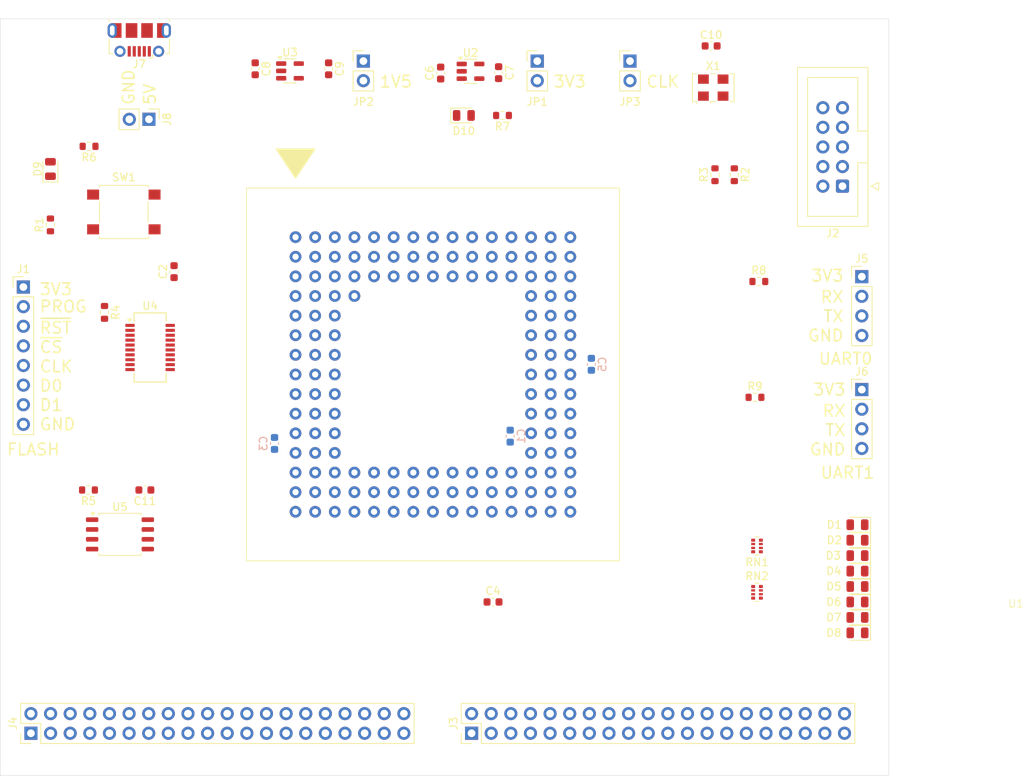
<source format=kicad_pcb>
(kicad_pcb (version 20240108) (generator "pcbnew") (generator_version "8.0")
  (layers (0 "F.Cu" signal) (31 "B.Cu" signal) (34 "B.Paste" user) (35 "F.Paste" user) (36 "B.SilkS" user "B.Silkscreen") (37 "F.SilkS" user "F.Silkscreen") (38 "B.Mask" user) (39 "F.Mask" user) (44 "Edge.Cuts" user))
  (net 0 "")
  (net 1 "+3V3")
  (net 2 "GND")
  (net 3 "+1V5")
  (net 4 "+5V")
  (net 5 "Net-(JP1-A)")
  (net 6 "Net-(JP2-A)")
  (net 7 "Net-(D1-A)")
  (net 8 "Net-(D2-A)")
  (net 9 "Net-(D3-A)")
  (net 10 "Net-(D4-A)")
  (net 11 "Net-(D5-A)")
  (net 12 "Net-(D6-A)")
  (net 13 "Net-(D7-A)")
  (net 14 "Net-(D8-A)")
  (net 15 "Net-(D9-A)")
  (net 16 "Net-(D10-A)")
  (net 17 "/FLASH_~{CS}")
  (net 18 "/~{RST}")
  (net 19 "/FLASH_D0")
  (net 20 "/FLASH_D1")
  (net 21 "/FLASH_CLK")
  (net 22 "/PROG_EN")
  (net 23 "/CPU_JTAG_~{TRST}")
  (net 24 "/CPU_JTAG_TDI")
  (net 25 "/CPU_JTAG_TCK")
  (net 26 "/CPU_JTAG_TDO")
  (net 27 "/CPU_JTAG_TMS")
  (net 29 "/SPI2_SCK")
  (net 30 "/GPIO0_1")
  (net 31 "/GPIO0_2")
  (net 32 "/SPI2_CIPO")
  (net 33 "/GPIO1_4")
  (net 34 "/SPI2_~{CS}")
  (net 35 "/GPIO1_3")
  (net 36 "/SPI0_COPI")
  (net 37 "/SPI0_SCK")
  (net 38 "/SPI1_CIPO")
  (net 39 "/GPIO0_7")
  (net 40 "/GPIO1_1")
  (net 41 "/SPI0_CIPO")
  (net 42 "/GPIO0_6")
  (net 43 "/GPIO1_5")
  (net 44 "/SPI1_COPI")
  (net 45 "/SPI0_~{CS}")
  (net 46 "/GPIO0_5")
  (net 47 "/SPI2_COPI")
  (net 48 "/I2C1_SCL")
  (net 49 "/GPIO1_2")
  (net 50 "/GPIO0_3")
  (net 51 "/I2C1_SDA")
  (net 52 "/GPIO1_7")
  (net 53 "/GPIO0_4")
  (net 54 "/GPIO1_0")
  (net 55 "/SPI1_SCK")
  (net 56 "/SPI1_~{CS}")
  (net 57 "/I2C0_SCL")
  (net 58 "/GPIO1_6")
  (net 59 "/I2C0_SDA")
  (net 60 "/GPIO0_0")
  (net 61 "/PWM9_DIR")
  (net 62 "/PDM5")
  (net 63 "/PDM1")
  (net 64 "/PWM2_PWM")
  (net 65 "/PWM5_PWM")
  (net 66 "/PWM2_DIR")
  (net 67 "/PWM8_PWM")
  (net 68 "/PWM9_STOP")
  (net 69 "/PWM1_DIR")
  (net 70 "/PWM2_STOP")
  (net 71 "/PWM0_DIR")
  (net 72 "/PWM5_STOP")
  (net 73 "/PWM3_DIR")
  (net 74 "/PDM3")
  (net 75 "/PDM0")
  (net 76 "/PWM1_STOP")
  (net 77 "/PWM6_STOP")
  (net 78 "/PWM1_PWM")
  (net 79 "/PWM3_STOP")
  (net 80 "/PWM4_PWM")
  (net 81 "/PWM4_DIR")
  (net 82 "/PWM8_STOP")
  (net 83 "/PWM6_DIR")
  (net 84 "/PWM4_STOP")
  (net 85 "/PWM7_PWM")
  (net 86 "/PWM0_STOP")
  (net 87 "/PWM7_STOP")
  (net 88 "/PWM7_DIR")
  (net 89 "/PDM4")
  (net 90 "/PWM5_DIR")
  (net 91 "/PDM2")
  (net 92 "/PWM6_PWM")
  (net 93 "/PWM9_PWM")
  (net 94 "/PWM3_PWM")
  (net 95 "/PWM8_DIR")
  (net 96 "/PWM0_PWM")
  (net 97 "/UART0_RX")
  (net 98 "/UART0_TX")
  (net 99 "/UART1_TX")
  (net 100 "/UART1_RX")
  (net 104 "Net-(JP3-A)")
  (net 105 "/CLK")
  (net 106 "/HEARTBEAT")
  (net 109 "/DUT_FLASH_D3")
  (net 129 "/DUT_FLASH_D2")
  (net 136 "/DUT_FLASH_CLK")
  (net 143 "/DUT_FLASH_~{CS}")
  (net 145 "/DUT_FLASH_D1")
  (net 151 "/DUT_FLASH_D0")
  (net 158 "/FLASH_D3")
  (net 159 "/FLASH_D2")
  (footprint "Connector_PinHeader_2.54mm:PinHeader_2x20_P2.54mm_Vertical" (layer "F.Cu") (at 106 116 90)
    (property "Reference" "J3" (at 1.27 -2.33 90) (layer "F.SilkS"))
    (property "Value" "SPI_I2C_GPIO")
    (pad "1" thru_hole rect (at 0 0 90) (size 1.7 1.7) (drill 1) (layers "*.Cu" "*.Mask") (net 1 "+3V3"))
    (pad "2" thru_hole oval (at 2.54 0 90) (size 1.7 1.7) (drill 1) (layers "*.Cu" "*.Mask") (net 1 "+3V3"))
    (pad "3" thru_hole oval (at 0 2.54 90) (size 1.7 1.7) (drill 1) (layers "*.Cu" "*.Mask") (net 37 "/SPI0_SCK"))
    (pad "4" thru_hole oval (at 2.54 2.54 90) (size 1.7 1.7) (drill 1) (layers "*.Cu" "*.Mask") (net 45 "/SPI0_~{CS}"))
    (pad "5" thru_hole oval (at 0 5.08 90) (size 1.7 1.7) (drill 1) (layers "*.Cu" "*.Mask") (net 36 "/SPI0_COPI"))
    (pad "6" thru_hole oval (at 2.54 5.08 90) (size 1.7 1.7) (drill 1) (layers "*.Cu" "*.Mask") (net 41 "/SPI0_CIPO"))
    (pad "7" thru_hole oval (at 0 7.62 90) (size 1.7 1.7) (drill 1) (layers "*.Cu" "*.Mask") (net 55 "/SPI1_SCK"))
    (pad "8" thru_hole oval (at 2.54 7.62 90) (size 1.7 1.7) (drill 1) (layers "*.Cu" "*.Mask") (net 56 "/SPI1_~{CS}"))
    (pad "9" thru_hole oval (at 0 10.16 90) (size 1.7 1.7) (drill 1) (layers "*.Cu" "*.Mask") (net 44 "/SPI1_COPI"))
    (pad "10" thru_hole oval (at 2.54 10.16 90) (size 1.7 1.7) (drill 1) (layers "*.Cu" "*.Mask") (net 38 "/SPI1_CIPO"))
    (pad "11" thru_hole oval (at 0 12.7 90) (size 1.7 1.7) (drill 1) (layers "*.Cu" "*.Mask") (net 29 "/SPI2_SCK"))
    (pad "12" thru_hole oval (at 2.54 12.7 90) (size 1.7 1.7) (drill 1) (layers "*.Cu" "*.Mask") (net 34 "/SPI2_~{CS}"))
    (pad "13" thru_hole oval (at 0 15.24 90) (size 1.7 1.7) (drill 1) (layers "*.Cu" "*.Mask") (net 47 "/SPI2_COPI"))
    (pad "14" thru_hole oval (at 2.54 15.24 90) (size 1.7 1.7) (drill 1) (layers "*.Cu" "*.Mask") (net 32 "/SPI2_CIPO"))
    (pad "15" thru_hole oval (at 0 17.78 90) (size 1.7 1.7) (drill 1) (layers "*.Cu" "*.Mask") (net 2 "GND"))
    (pad "16" thru_hole oval (at 2.54 17.78 90) (size 1.7 1.7) (drill 1) (layers "*.Cu" "*.Mask") (net 2 "GND"))
    (pad "17" thru_hole oval (at 0 20.32 90) (size 1.7 1.7) (drill 1) (layers "*.Cu" "*.Mask") (net 57 "/I2C0_SCL"))
    (pad "18" thru_hole oval (at 2.54 20.32 90) (size 1.7 1.7) (drill 1) (layers "*.Cu" "*.Mask") (net 59 "/I2C0_SDA"))
    (pad "19" thru_hole oval (at 0 22.86 90) (size 1.7 1.7) (drill 1) (layers "*.Cu" "*.Mask") (net 48 "/I2C1_SCL"))
    (pad "20" thru_hole oval (at 2.54 22.86 90) (size 1.7 1.7) (drill 1) (layers "*.Cu" "*.Mask") (net 51 "/I2C1_SDA"))
    (pad "21" thru_hole oval (at 0 25.4 90) (size 1.7 1.7) (drill 1) (layers "*.Cu" "*.Mask") (net 2 "GND"))
    (pad "22" thru_hole oval (at 2.54 25.4 90) (size 1.7 1.7) (drill 1) (layers "*.Cu" "*.Mask") (net 2 "GND"))
    (pad "23" thru_hole oval (at 0 27.94 90) (size 1.7 1.7) (drill 1) (layers "*.Cu" "*.Mask") (net 60 "/GPIO0_0"))
    (pad "24" thru_hole oval (at 2.54 27.94 90) (size 1.7 1.7) (drill 1) (layers "*.Cu" "*.Mask") (net 54 "/GPIO1_0"))
    (pad "25" thru_hole oval (at 0 30.48 90) (size 1.7 1.7) (drill 1) (layers "*.Cu" "*.Mask") (net 30 "/GPIO0_1"))
    (pad "26" thru_hole oval (at 2.54 30.48 90) (size 1.7 1.7) (drill 1) (layers "*.Cu" "*.Mask") (net 40 "/GPIO1_1"))
    (pad "27" thru_hole oval (at 0 33.02 90) (size 1.7 1.7) (drill 1) (layers "*.Cu" "*.Mask") (net 31 "/GPIO0_2"))
    (pad "28" thru_hole oval (at 2.54 33.02 90) (size 1.7 1.7) (drill 1) (layers "*.Cu" "*.Mask") (net 49 "/GPIO1_2"))
    (pad "29" thru_hole oval (at 0 35.56 90) (size 1.7 1.7) (drill 1) (layers "*.Cu" "*.Mask") (net 50 "/GPIO0_3"))
    (pad "30" thru_hole oval (at 2.54 35.56 90) (size 1.7 1.7) (drill 1) (layers "*.Cu" "*.Mask") (net 35 "/GPIO1_3"))
    (pad "31" thru_hole oval (at 0 38.1 90) (size 1.7 1.7) (drill 1) (layers "*.Cu" "*.Mask") (net 53 "/GPIO0_4"))
    (pad "32" thru_hole oval (at 2.54 38.1 90) (size 1.7 1.7) (drill 1) (layers "*.Cu" "*.Mask") (net 33 "/GPIO1_4"))
    (pad "33" thru_hole oval (at 0 40.64 90) (size 1.7 1.7) (drill 1) (layers "*.Cu" "*.Mask") (net 46 "/GPIO0_5"))
    (pad "34" thru_hole oval (at 2.54 40.64 90) (size 1.7 1.7) (drill 1) (layers "*.Cu" "*.Mask") (net 43 "/GPIO1_5"))
    (pad "35" thru_hole oval (at 0 43.18 90) (size 1.7 1.7) (drill 1) (layers "*.Cu" "*.Mask") (net 42 "/GPIO0_6"))
    (pad "36" thru_hole oval (at 2.54 43.18 90) (size 1.7 1.7) (drill 1) (layers "*.Cu" "*.Mask") (net 58 "/GPIO1_6"))
    (pad "37" thru_hole oval (at 0 45.72 90) (size 1.7 1.7) (drill 1) (layers "*.Cu" "*.Mask") (net 39 "/GPIO0_7"))
    (pad "38" thru_hole oval (at 2.54 45.72 90) (size 1.7 1.7) (drill 1) (layers "*.Cu" "*.Mask") (net 52 "/GPIO1_7"))
    (pad "39" thru_hole oval (at 0 48.26 90) (size 1.7 1.7) (drill 1) (layers "*.Cu" "*.Mask") (net 2 "GND"))
    (pad "40" thru_hole oval (at 2.54 48.26 90) (size 1.7 1.7) (drill 1) (layers "*.Cu" "*.Mask") (net 2 "GND"))
  )
  (footprint "LED_SMD:LED_0805_2012Metric" (layer "F.Cu") (at 155.9375 101 180)
    (property "Reference" "D7" (at 3.0625 0 360) (layer "F.SilkS"))
    (property "Value" "LED")
    (pad "1" smd roundrect (at -0.9375 0 180) (size 0.975 1.4) (layers "F.Cu" "F.Paste" "F.Mask") (net 2 "GND"))
    (pad "2" smd roundrect (at 0.9375 0 180) (size 0.975 1.4) (layers "F.Cu" "F.Paste" "F.Mask") (net 13 "Net-(D7-A)"))
  )
  (footprint "Capacitor_SMD:C_0603_1608Metric" (layer "F.Cu") (at 108.775 99)
    (property "Reference" "C4" (at 0 -1.43 0) (layer "F.SilkS"))
    (property "Value" "1µ")
    (pad "1" smd roundrect (at -0.775 0) (size 0.9 0.95) (layers "F.Cu" "F.Paste" "F.Mask") (net 3 "+1V5"))
    (pad "2" smd roundrect (at 0.775 0) (size 0.9 0.95) (layers "F.Cu" "F.Paste" "F.Mask") (net 2 "GND"))
  )
  (footprint "LED_SMD:LED_0805_2012Metric" (layer "F.Cu") (at 155.9375 99 180)
    (property "Reference" "D6" (at 3.0625 0 360) (layer "F.SilkS"))
    (property "Value" "LED")
    (pad "1" smd roundrect (at -0.9375 0 180) (size 0.975 1.4) (layers "F.Cu" "F.Paste" "F.Mask") (net 2 "GND"))
    (pad "2" smd roundrect (at 0.9375 0 180) (size 0.975 1.4) (layers "F.Cu" "F.Paste" "F.Mask") (net 12 "Net-(D6-A)"))
  )
  (footprint "LED_SMD:LED_0805_2012Metric" (layer "F.Cu") (at 105 36)
    (property "Reference" "D10" (at 0 2 360) (layer "F.SilkS"))
    (property "Value" "LED")
    (pad "1" smd roundrect (at -0.9375 0) (size 0.975 1.4) (layers "F.Cu" "F.Paste" "F.Mask") (net 2 "GND"))
    (pad "2" smd roundrect (at 0.9375 0) (size 0.975 1.4) (layers "F.Cu" "F.Paste" "F.Mask") (net 16 "Net-(D10-A)"))
  )
  (footprint "Connector_PinHeader_2.54mm:PinHeader_1x02_P2.54mm_Vertical" (layer "F.Cu") (at 92 28.96)
    (property "Reference" "JP2" (at 0 5.275 0) (layer "F.SilkS"))
    (property "Value" "~")
    (pad "1" thru_hole rect (at 0 0) (size 1.7 1.7) (drill 1) (layers "*.Cu" "*.Mask") (net 6 "Net-(JP2-A)"))
    (pad "2" thru_hole oval (at 0 2.54) (size 1.7 1.7) (drill 1) (layers "*.Cu" "*.Mask") (net 3 "+1V5"))
  )
  (footprint "Resistor_SMD:R_0603_1608Metric" (layer "F.Cu") (at 110 36 180)
    (property "Reference" "R7" (at 0 -1.43 360) (layer "F.SilkS"))
    (property "Value" "1k5")
    (pad "1" smd roundrect (at -0.825 0 180) (size 0.8 0.95) (layers "F.Cu" "F.Paste" "F.Mask") (net 1 "+3V3"))
    (pad "2" smd roundrect (at 0.825 0 180) (size 0.8 0.95) (layers "F.Cu" "F.Paste" "F.Mask") (net 16 "Net-(D10-A)"))
  )
  (footprint "Capacitor_SMD:C_0603_1608Metric" (layer "F.Cu") (at 87.5 29.96 -90)
    (property "Reference" "C9" (at 0 -1.43 90) (layer "F.SilkS"))
    (property "Value" "1µ")
    (pad "1" smd roundrect (at -0.775 0 270) (size 0.9 0.95) (layers "F.Cu" "F.Paste" "F.Mask") (net 6 "Net-(JP2-A)"))
    (pad "2" smd roundrect (at 0.775 0 270) (size 0.9 0.95) (layers "F.Cu" "F.Paste" "F.Mask") (net 2 "GND"))
  )
  (footprint "Capacitor_SMD:C_0603_1608Metric" (layer "F.Cu") (at 78 29.96 -90)
    (property "Reference" "C8" (at 0 -1.43 90) (layer "F.SilkS"))
    (property "Value" "1µ")
    (pad "1" smd roundrect (at -0.775 0 270) (size 0.9 0.95) (layers "F.Cu" "F.Paste" "F.Mask") (net 4 "+5V"))
    (pad "2" smd roundrect (at 0.775 0 270) (size 0.9 0.95) (layers "F.Cu" "F.Paste" "F.Mask") (net 2 "GND"))
  )
  (footprint "Resistor_SMD:R_0603_1608Metric" (layer "F.Cu") (at 56.425 84.5 180)
    (property "Reference" "R5" (at 0 -1.43 360) (layer "F.SilkS"))
    (property "Value" "10k")
    (pad "1" smd roundrect (at -0.825 0 180) (size 0.8 0.95) (layers "F.Cu" "F.Paste" "F.Mask") (net 1 "+3V3"))
    (pad "2" smd roundrect (at 0.825 0 180) (size 0.8 0.95) (layers "F.Cu" "F.Paste" "F.Mask") (net 17 "/FLASH_~{CS}"))
  )
  (footprint "Resistor_SMD:R_0603_1608Metric" (layer "F.Cu") (at 137.5 43.675 90)
    (property "Reference" "R3" (at 0 -1.43 90) (layer "F.SilkS"))
    (property "Value" "10k")
    (pad "1" smd roundrect (at -0.825 0 90) (size 0.8 0.95) (layers "F.Cu" "F.Paste" "F.Mask") (net 1 "+3V3"))
    (pad "2" smd roundrect (at 0.825 0 90) (size 0.8 0.95) (layers "F.Cu" "F.Paste" "F.Mask") (net 23 "/CPU_JTAG_~{TRST}"))
  )
  (footprint "Resistor_SMD:R_Array_Convex_4x0402" (layer "F.Cu") (at 142.9375 97.75)
    (property "Reference" "RN2" (at 0 -2.1 0) (layer "F.SilkS"))
    (property "Value" "1k5")
    (pad "1" smd rect (at -0.5 -0.75) (size 0.5 0.4) (layers "F.Cu" "F.Paste" "F.Mask") (net 53 "/GPIO0_4"))
    (pad "2" smd rect (at -0.5 -0.25) (size 0.5 0.3) (layers "F.Cu" "F.Paste" "F.Mask") (net 46 "/GPIO0_5"))
    (pad "3" smd rect (at -0.5 0.25) (size 0.5 0.3) (layers "F.Cu" "F.Paste" "F.Mask") (net 42 "/GPIO0_6"))
    (pad "4" smd rect (at -0.5 0.75) (size 0.5 0.4) (layers "F.Cu" "F.Paste" "F.Mask") (net 39 "/GPIO0_7"))
    (pad "5" smd rect (at 0.5 0.75) (size 0.5 0.4) (layers "F.Cu" "F.Paste" "F.Mask") (net 14 "Net-(D8-A)"))
    (pad "6" smd rect (at 0.5 0.25) (size 0.5 0.3) (layers "F.Cu" "F.Paste" "F.Mask") (net 13 "Net-(D7-A)"))
    (pad "7" smd rect (at 0.5 -0.25) (size 0.5 0.3) (layers "F.Cu" "F.Paste" "F.Mask") (net 12 "Net-(D6-A)"))
    (pad "8" smd rect (at 0.5 -0.75) (size 0.5 0.4) (layers "F.Cu" "F.Paste" "F.Mask") (net 11 "Net-(D5-A)"))
  )
  (footprint "Resistor_SMD:R_Array_Convex_4x0402" (layer "F.Cu") (at 142.9375 91.75 180)
    (property "Reference" "RN1" (at 0 -2.1 0) (layer "F.SilkS"))
    (property "Value" "1k5")
    (pad "1" smd rect (at -0.5 -0.75 180) (size 0.5 0.4) (layers "F.Cu" "F.Paste" "F.Mask") (net 10 "Net-(D4-A)"))
    (pad "2" smd rect (at -0.5 -0.25 180) (size 0.5 0.3) (layers "F.Cu" "F.Paste" "F.Mask") (net 9 "Net-(D3-A)"))
    (pad "3" smd rect (at -0.5 0.25 180) (size 0.5 0.3) (layers "F.Cu" "F.Paste" "F.Mask") (net 8 "Net-(D2-A)"))
    (pad "4" smd rect (at -0.5 0.75 180) (size 0.5 0.4) (layers "F.Cu" "F.Paste" "F.Mask") (net 7 "Net-(D1-A)"))
    (pad "5" smd rect (at 0.5 0.75 180) (size 0.5 0.4) (layers "F.Cu" "F.Paste" "F.Mask") (net 60 "/GPIO0_0"))
    (pad "6" smd rect (at 0.5 0.25 180) (size 0.5 0.3) (layers "F.Cu" "F.Paste" "F.Mask") (net 30 "/GPIO0_1"))
    (pad "7" smd rect (at 0.5 -0.25 180) (size 0.5 0.3) (layers "F.Cu" "F.Paste" "F.Mask") (net 31 "/GPIO0_2"))
    (pad "8" smd rect (at 0.5 -0.75 180) (size 0.5 0.4) (layers "F.Cu" "F.Paste" "F.Mask") (net 50 "/GPIO0_3"))
  )
  (footprint "Resistor_SMD:R_0603_1608Metric" (layer "F.Cu") (at 51.5 50.175 90)
    (property "Reference" "R1" (at 0 -1.43 90) (layer "F.SilkS"))
    (property "Value" "10k")
    (pad "1" smd roundrect (at -0.825 0 90) (size 0.8 0.95) (layers "F.Cu" "F.Paste" "F.Mask") (net 1 "+3V3"))
    (pad "2" smd roundrect (at 0.825 0 90) (size 0.8 0.95) (layers "F.Cu" "F.Paste" "F.Mask") (net 18 "/~{RST}"))
  )
  (footprint "Capacitor_SMD:C_0603_1608Metric" (layer "F.Cu") (at 109.5 30.46 -90)
    (property "Reference" "C7" (at 0 -1.43 90) (layer "F.SilkS"))
    (property "Value" "1µ")
    (pad "1" smd roundrect (at -0.775 0 270) (size 0.9 0.95) (layers "F.Cu" "F.Paste" "F.Mask") (net 5 "Net-(JP1-A)"))
    (pad "2" smd roundrect (at 0.775 0 270) (size 0.9 0.95) (layers "F.Cu" "F.Paste" "F.Mask") (net 2 "GND"))
  )
  (footprint "Connector_IDC:IDC-Header_2x05_P2.54mm_Vertical" (layer "F.Cu") (at 154 45.16 180)
    (property "Reference" "J2" (at 1.27 -6.1 0) (layer "F.SilkS"))
    (property "Value" "CPU_JTAG")
    (pad "1" thru_hole roundrect (at 0 0 180) (size 1.7 1.7) (drill 1) (layers "*.Cu" "*.Mask") (roundrect_rratio 0.147059) (net 1 "+3V3"))
    (pad "2" thru_hole circle (at 2.54 0 180) (size 1.7 1.7) (drill 1) (layers "*.Cu" "*.Mask") (net 27 "/CPU_JTAG_TMS"))
    (pad "3" thru_hole circle (at 0 2.54 180) (size 1.7 1.7) (drill 1) (layers "*.Cu" "*.Mask") (net 2 "GND"))
    (pad "4" thru_hole circle (at 2.54 2.54 180) (size 1.7 1.7) (drill 1) (layers "*.Cu" "*.Mask") (net 25 "/CPU_JTAG_TCK"))
    (pad "5" thru_hole circle (at 0 5.08 180) (size 1.7 1.7) (drill 1) (layers "*.Cu" "*.Mask") (net 2 "GND"))
    (pad "6" thru_hole circle (at 2.54 5.08 180) (size 1.7 1.7) (drill 1) (layers "*.Cu" "*.Mask") (net 26 "/CPU_JTAG_TDO"))
    (pad "7" thru_hole circle (at 0 7.62 180) (size 1.7 1.7) (drill 1) (layers "*.Cu" "*.Mask"))
    (pad "8" thru_hole circle (at 2.54 7.62 180) (size 1.7 1.7) (drill 1) (layers "*.Cu" "*.Mask") (net 24 "/CPU_JTAG_TDI"))
    (pad "9" thru_hole circle (at 0 10.16 180) (size 1.7 1.7) (drill 1) (layers "*.Cu" "*.Mask") (net 2 "GND"))
    (pad "10" thru_hole circle (at 2.54 10.16 180) (size 1.7 1.7) (drill 1) (layers "*.Cu" "*.Mask") (net 23 "/CPU_JTAG_~{TRST}"))
  )
  (footprint "Resistor_SMD:R_0603_1608Metric" (layer "F.Cu") (at 143.175 57.5)
    (property "Reference" "R8" (at 0 -1.43 0) (layer "F.SilkS"))
    (property "Value" "10k")
    (pad "1" smd roundrect (at -0.825 0) (size 0.8 0.95) (layers "F.Cu" "F.Paste" "F.Mask") (net 1 "+3V3"))
    (pad "2" smd roundrect (at 0.825 0) (size 0.8 0.95) (layers "F.Cu" "F.Paste" "F.Mask") (net 97 "/UART0_RX"))
  )
  (footprint "Package_SO:SOIC-8_5.23x5.23mm_P1.27mm" (layer "F.Cu") (at 60.5 90.25)
    (property "Reference" "U5" (at 0 -3.56 0) (layer "F.SilkS"))
    (property "Value" "W25Q32JVSS")
    (pad "1" smd roundrect (at -3.6 -1.905) (size 1.6 0.6) (layers "F.Cu" "F.Paste" "F.Mask") (net 17 "/FLASH_~{CS}"))
    (pad "2" smd roundrect (at -3.6 -0.635) (size 1.6 0.6) (layers "F.Cu" "F.Paste" "F.Mask") (net 20 "/FLASH_D1"))
    (pad "3" smd roundrect (at -3.6 0.635) (size 1.6 0.6) (layers "F.Cu" "F.Paste" "F.Mask") (net 159 "/FLASH_D2"))
    (pad "4" smd roundrect (at -3.6 1.905) (size 1.6 0.6) (layers "F.Cu" "F.Paste" "F.Mask") (net 2 "GND"))
    (pad "5" smd roundrect (at 3.6 1.905) (size 1.6 0.6) (layers "F.Cu" "F.Paste" "F.Mask") (net 19 "/FLASH_D0"))
    (pad "6" smd roundrect (at 3.6 0.635) (size 1.6 0.6) (layers "F.Cu" "F.Paste" "F.Mask") (net 21 "/FLASH_CLK"))
    (pad "7" smd roundrect (at 3.6 -0.635) (size 1.6 0.6) (layers "F.Cu" "F.Paste" "F.Mask") (net 158 "/FLASH_D3"))
    (pad "8" smd roundrect (at 3.6 -1.905) (size 1.6 0.6) (layers "F.Cu" "F.Paste" "F.Mask") (net 1 "+3V3"))
  )
  (footprint "LED_SMD:LED_0805_2012Metric" (layer "F.Cu") (at 51.5 42.9375 90)
    (property "Reference" "D9" (at 0 -1.65 90) (layer "F.SilkS"))
    (property "Value" "LED")
    (pad "1" smd roundrect (at -0.9375 0 90) (size 0.975 1.4) (layers "F.Cu" "F.Paste" "F.Mask") (net 2 "GND"))
    (pad "2" smd roundrect (at 0.9375 0 90) (size 0.975 1.4) (layers "F.Cu" "F.Paste" "F.Mask") (net 15 "Net-(D9-A)"))
  )
  (footprint "Connector_PinHeader_2.54mm:PinHeader_2x20_P2.54mm_Vertical" (layer "F.Cu") (at 48.98 116 90)
    (property "Reference" "J4" (at 1.27 -2.33 90) (layer "F.SilkS"))
    (property "Value" "PWM_PDM")
    (pad "1" thru_hole rect (at 0 0 90) (size 1.7 1.7) (drill 1) (layers "*.Cu" "*.Mask") (net 1 "+3V3"))
    (pad "2" thru_hole oval (at 2.54 0 90) (size 1.7 1.7) (drill 1) (layers "*.Cu" "*.Mask") (net 1 "+3V3"))
    (pad "3" thru_hole oval (at 0 2.54 90) (size 1.7 1.7) (drill 1) (layers "*.Cu" "*.Mask") (net 96 "/PWM0_PWM"))
    (pad "4" thru_hole oval (at 2.54 2.54 90) (size 1.7 1.7) (drill 1) (layers "*.Cu" "*.Mask") (net 72 "/PWM5_STOP"))
    (pad "5" thru_hole oval (at 0 5.08 90) (size 1.7 1.7) (drill 1) (layers "*.Cu" "*.Mask") (net 71 "/PWM0_DIR"))
    (pad "6" thru_hole oval (at 2.54 5.08 90) (size 1.7 1.7) (drill 1) (layers "*.Cu" "*.Mask") (net 90 "/PWM5_DIR"))
    (pad "7" thru_hole oval (at 0 7.62 90) (size 1.7 1.7) (drill 1) (layers "*.Cu" "*.Mask") (net 86 "/PWM0_STOP"))
    (pad "8" thru_hole oval (at 2.54 7.62 90) (size 1.7 1.7) (drill 1) (layers "*.Cu" "*.Mask") (net 65 "/PWM5_PWM"))
    (pad "9" thru_hole oval (at 0 10.16 90) (size 1.7 1.7) (drill 1) (layers "*.Cu" "*.Mask") (net 78 "/PWM1_PWM"))
    (pad "10" thru_hole oval (at 2.54 10.16 90) (size 1.7 1.7) (drill 1) (layers "*.Cu" "*.Mask") (net 92 "/PWM6_PWM"))
    (pad "11" thru_hole oval (at 0 12.7 90) (size 1.7 1.7) (drill 1) (layers "*.Cu" "*.Mask") (net 69 "/PWM1_DIR"))
    (pad "12" thru_hole oval (at 2.54 12.7 90) (size 1.7 1.7) (drill 1) (layers "*.Cu" "*.Mask") (net 83 "/PWM6_DIR"))
    (pad "13" thru_hole oval (at 0 15.24 90) (size 1.7 1.7) (drill 1) (layers "*.Cu" "*.Mask") (net 76 "/PWM1_STOP"))
    (pad "14" thru_hole oval (at 2.54 15.24 90) (size 1.7 1.7) (drill 1) (layers "*.Cu" "*.Mask") (net 77 "/PWM6_STOP"))
    (pad "15" thru_hole oval (at 0 17.78 90) (size 1.7 1.7) (drill 1) (layers "*.Cu" "*.Mask") (net 64 "/PWM2_PWM"))
    (pad "16" thru_hole oval (at 2.54 17.78 90) (size 1.7 1.7) (drill 1) (layers "*.Cu" "*.Mask") (net 85 "/PWM7_PWM"))
    (pad "17" thru_hole oval (at 0 20.32 90) (size 1.7 1.7) (drill 1) (layers "*.Cu" "*.Mask") (net 66 "/PWM2_DIR"))
    (pad "18" thru_hole oval (at 2.54 20.32 90) (size 1.7 1.7) (drill 1) (layers "*.Cu" "*.Mask") (net 88 "/PWM7_DIR"))
    (pad "19" thru_hole oval (at 0 22.86 90) (size 1.7 1.7) (drill 1) (layers "*.Cu" "*.Mask") (net 70 "/PWM2_STOP"))
    (pad "20" thru_hole oval (at 2.54 22.86 90) (size 1.7 1.7) (drill 1) (layers "*.Cu" "*.Mask") (net 87 "/PWM7_STOP"))
    (pad "21" thru_hole oval (at 0 25.4 90) (size 1.7 1.7) (drill 1) (layers "*.Cu" "*.Mask") (net 94 "/PWM3_PWM"))
    (pad "22" thru_hole oval (at 2.54 25.4 90) (size 1.7 1.7) (drill 1) (layers "*.Cu" "*.Mask") (net 67 "/PWM8_PWM"))
    (pad "23" thru_hole oval (at 0 27.94 90) (size 1.7 1.7) (drill 1) (layers "*.Cu" "*.Mask") (net 73 "/PWM3_DIR"))
    (pad "24" thru_hole oval (at 2.54 27.94 90) (size 1.7 1.7) (drill 1) (layers "*.Cu" "*.Mask") (net 95 "/PWM8_DIR"))
    (pad "25" thru_hole oval (at 0 30.48 90) (size 1.7 1.7) (drill 1) (layers "*.Cu" "*.Mask") (net 79 "/PWM3_STOP"))
    (pad "26" thru_hole oval (at 2.54 30.48 90) (size 1.7 1.7) (drill 1) (layers "*.Cu" "*.Mask") (net 82 "/PWM8_STOP"))
    (pad "27" thru_hole oval (at 0 33.02 90) (size 1.7 1.7) (drill 1) (layers "*.Cu" "*.Mask") (net 80 "/PWM4_PWM"))
    (pad "28" thru_hole oval (at 2.54 33.02 90) (size 1.7 1.7) (drill 1) (layers "*.Cu" "*.Mask") (net 93 "/PWM9_PWM"))
    (pad "29" thru_hole oval (at 0 35.56 90) (size 1.7 1.7) (drill 1) (layers "*.Cu" "*.Mask") (net 81 "/PWM4_DIR"))
    (pad "30" thru_hole oval (at 2.54 35.56 90) (size 1.7 1.7) (drill 1) (layers "*.Cu" "*.Mask") (net 61 "/PWM9_DIR"))
    (pad "31" thru_hole oval (at 0 38.1 90) (size 1.7 1.7) (drill 1) (layers "*.Cu" "*.Mask") (net 84 "/PWM4_STOP"))
    (pad "32" thru_hole oval (at 2.54 38.1 90) (size 1.7 1.7) (drill 1) (layers "*.Cu" "*.Mask") (net 68 "/PWM9_STOP"))
    (pad "33" thru_hole oval (at 0 40.64 90) (size 1.7 1.7) (drill 1) (layers "*.Cu" "*.Mask") (net 75 "/PDM0"))
    (pad "34" thru_hole oval (at 2.54 40.64 90) (size 1.7 1.7) (drill 1) (layers "*.Cu" "*.Mask") (net 74 "/PDM3"))
    (pad "35" thru_hole oval (at 0 43.18 90) (size 1.7 1.7) (drill 1) (layers "*.Cu" "*.Mask") (net 63 "/PDM1"))
    (pad "36" thru_hole oval (at 2.54 43.18 90) (size 1.7 1.7) (drill 1) (layers "*.Cu" "*.Mask") (net 89 "/PDM4"))
    (pad "37" thru_hole oval (at 0 45.72 90) (size 1.7 1.7) (drill 1) (layers "*.Cu" "*.Mask") (net 91 "/PDM2"))
    (pad "38" thru_hole oval (at 2.54 45.72 90) (size 1.7 1.7) (drill 1) (layers "*.Cu" "*.Mask") (net 62 "/PDM5"))
    (pad "39" thru_hole oval (at 0 48.26 90) (size 1.7 1.7) (drill 1) (layers "*.Cu" "*.Mask") (net 2 "GND"))
    (pad "40" thru_hole oval (at 2.54 48.26 90) (size 1.7 1.7) (drill 1) (layers "*.Cu" "*.Mask") (net 2 "GND"))
  )
  (footprint "Capacitor_SMD:C_0603_1608Metric" (layer "F.Cu") (at 67.5 56.225 90)
    (property "Reference" "C2" (at 0 -1.43 90) (layer "F.SilkS"))
    (property "Value" "1µ")
    (pad "1" smd roundrect (at -0.775 0 90) (size 0.9 0.95) (layers "F.Cu" "F.Paste" "F.Mask") (net 1 "+3V3"))
    (pad "2" smd roundrect (at 0.775 0 90) (size 0.9 0.95) (layers "F.Cu" "F.Paste" "F.Mask") (net 2 "GND"))
  )
  (footprint "Connector_USB:USB_Micro-B_Molex-105017-0001" (layer "F.Cu") (at 63 26.2375 180)
    (property "Reference" "J7" (at 0 -3.1125 0) (layer "F.SilkS"))
    (property "Value" "USB_B_Micro")
    (pad "1" smd rect (at -1.3 -1.4625 180) (size 0.4 1.35) (layers "F.Cu" "F.Paste" "F.Mask") (net 4 "+5V"))
    (pad "2" smd rect (at -0.65 -1.4625 180) (size 0.4 1.35) (layers "F.Cu" "F.Paste" "F.Mask"))
    (pad "3" smd rect (at 0 -1.4625 180) (size 0.4 1.35) (layers "F.Cu" "F.Paste" "F.Mask"))
    (pad "4" smd rect (at 0.65 -1.4625 180) (size 0.4 1.35) (layers "F.Cu" "F.Paste" "F.Mask"))
    (pad "5" smd rect (at 1.3 -1.4625 180) (size 0.4 1.35) (layers "F.Cu" "F.Paste" "F.Mask") (net 2 "GND"))
    (pad "6" thru_hole oval (at -3.5 1.2375) (size 1.2 1.9) (drill oval 0.6 1.3) (layers "*.Cu" "*.Mask") (net 2 "GND"))
    (pad "6" smd rect (at -2.9 1.2375 180) (size 1.2 1.9) (layers "F.Cu" "F.Mask") (net 2 "GND"))
    (pad "6" thru_hole circle (at -2.5 -1.4625 180) (size 1.45 1.45) (drill 0.85) (layers "*.Cu" "*.Mask") (net 2 "GND"))
    (pad "6" smd rect (at -1 1.2375 180) (size 1.5 1.9) (layers "F.Cu" "F.Paste" "F.Mask") (net 2 "GND"))
    (pad "6" smd rect (at 1 1.2375 180) (size 1.5 1.9) (layers "F.Cu" "F.Paste" "F.Mask") (net 2 "GND"))
    (pad "6" thru_hole circle (at 2.5 -1.4625 180) (size 1.45 1.45) (drill 0.85) (layers "*.Cu" "*.Mask") (net 2 "GND"))
    (pad "6" smd rect (at 2.9 1.2375 180) (size 1.2 1.9) (layers "F.Cu" "F.Mask") (net 2 "GND"))
    (pad "6" thru_hole oval (at 3.5 1.2375 180) (size 1.2 1.9) (drill oval 0.6 1.3) (layers "*.Cu" "*.Mask") (net 2 "GND"))
  )
  (footprint "Connector_PinHeader_2.54mm:PinHeader_1x04_P2.54mm_Vertical" (layer "F.Cu") (at 156.5 71.5)
    (property "Reference" "J6" (at 0 -2.33 0) (layer "F.SilkS"))
    (property "Value" "UART1")
    (pad "1" thru_hole rect (at 0 0) (size 1.7 1.7) (drill 1) (layers "*.Cu" "*.Mask") (net 1 "+3V3"))
    (pad "2" thru_hole oval (at 0 2.54) (size 1.7 1.7) (drill 1) (layers "*.Cu" "*.Mask") (net 100 "/UART1_RX"))
    (pad "3" thru_hole oval (at 0 5.08) (size 1.7 1.7) (drill 1) (layers "*.Cu" "*.Mask") (net 99 "/UART1_TX"))
    (pad "4" thru_hole oval (at 0 7.62) (size 1.7 1.7) (drill 1) (layers "*.Cu" "*.Mask") (net 2 "GND"))
  )
  (footprint "LED_SMD:LED_0805_2012Metric" (layer "F.Cu") (at 155.9375 91 180)
    (property "Reference" "D2" (at 3 0 0) (layer "F.SilkS"))
    (property "Value" "LED")
    (pad "1" smd roundrect (at -0.9375 0 180) (size 0.975 1.4) (layers "F.Cu" "F.Paste" "F.Mask") (net 2 "GND"))
    (pad "2" smd roundrect (at 0.9375 0 180) (size 0.975 1.4) (layers "F.Cu" "F.Paste" "F.Mask") (net 8 "Net-(D2-A)"))
  )
  (footprint "LED_SMD:LED_0805_2012Metric" (layer "F.Cu") (at 155.9375 93 180)
    (property "Reference" "D3" (at 3.125 0 0) (layer "F.SilkS"))
    (property "Value" "LED")
    (pad "1" smd roundrect (at -0.9375 0 180) (size 0.975 1.4) (layers "F.Cu" "F.Paste" "F.Mask") (net 2 "GND"))
    (pad "2" smd roundrect (at 0.9375 0 180) (size 0.975 1.4) (layers "F.Cu" "F.Paste" "F.Mask") (net 9 "Net-(D3-A)"))
  )
  (footprint "bringup_board_parts:145-PRS15024-12" (layer "F.Cu") (at 83.22 51.76)
    (property "Reference" "U1" (at 93.2175 47.465 0) (layer "F.SilkS") (effects (font (thickness 0.1))))
    (property "Value" "~")
    (pad "" thru_hole circle (at 7.62 7.62) (size 1.524 1.524) (drill 0.81) (layers "*.Cu" "*.Mask"))
    (pad "A1" thru_hole circle (at 0 0) (size 1.524 1.524) (drill 0.81) (layers "*.Cu" "*.Mask"))
    (pad "A2" thru_hole circle (at 2.54 0) (size 1.524 1.524) (drill 0.81) (layers "*.Cu" "*.Mask"))
    (pad "A3" thru_hole circle (at 5.08 0) (size 1.524 1.524) (drill 0.81) (layers "*.Cu" "*.Mask"))
    (pad "A4" thru_hole circle (at 7.62 0) (size 1.524 1.524) (drill 0.81) (layers "*.Cu" "*.Mask"))
    (pad "A5" thru_hole circle (at 10.16 0) (size 1.524 1.524) (drill 0.81) (layers "*.Cu" "*.Mask"))
    (pad "A6" thru_hole circle (at 12.7 0) (size 1.524 1.524) (drill 0.81) (layers "*.Cu" "*.Mask") (net 2 "GND"))
    (pad "A7" thru_hole circle (at 15.24 0) (size 1.524 1.524) (drill 0.81) (layers "*.Cu" "*.Mask"))
    (pad "A8" thru_hole circle (at 17.78 0) (size 1.524 1.524) (drill 0.81) (layers "*.Cu" "*.Mask"))
    (pad "A9" thru_hole circle (at 20.32 0) (size 1.524 1.524) (drill 0.81) (layers "*.Cu" "*.Mask"))
    (pad "A10" thru_hole circle (at 22.86 0) (size 1.524 1.524) (drill 0.81) (layers "*.Cu" "*.Mask"))
    (pad "A11" thru_hole circle (at 25.4 0) (size 1.524 1.524) (drill 0.81) (layers "*.Cu" "*.Mask"))
    (pad "A12" thru_hole circle (at 27.94 0) (size 1.524 1.524) (drill 0.81) (layers "*.Cu" "*.Mask"))
    (pad "A13" thru_hole circle (at 30.48 0) (size 1.524 1.524) (drill 0.81) (layers "*.Cu" "*.Mask") (net 105 "/CLK"))
    (pad "A14" thru_hole circle (at 33.02 0) (size 1.524 1.524) (drill 0.81) (layers "*.Cu" "*.Mask"))
    (pad "A15" thru_hole circle (at 35.56 0) (size 1.524 1.524) (drill 0.81) (layers "*.Cu" "*.Mask"))
    (pad "B1" thru_hole circle (at 0 2.54) (size 1.524 1.524) (drill 0.81) (layers "*.Cu" "*.Mask") (net 143 "/DUT_FLASH_~{CS}"))
    (pad "B2" thru_hole circle (at 2.54 2.54) (size 1.524 1.524) (drill 0.81) (layers "*.Cu" "*.Mask"))
    (pad "B3" thru_hole circle (at 5.08 2.54) (size 1.524 1.524) (drill 0.81) (layers "*.Cu" "*.Mask"))
    (pad "B4" thru_hole circle (at 7.62 2.54) (size 1.524 1.524) (drill 0.81) (layers "*.Cu" "*.Mask") (net 1 "+3V3"))
    (pad "B5" thru_hole circle (at 10.16 2.54) (size 1.524 1.524) (drill 0.81) (layers "*.Cu" "*.Mask"))
    (pad "B6" thru_hole circle (at 12.7 2.54) (size 1.524 1.524) (drill 0.81) (layers "*.Cu" "*.Mask"))
    (pad "B7" thru_hole circle (at 15.24 2.54) (size 1.524 1.524) (drill 0.81) (layers "*.Cu" "*.Mask"))
    (pad "B8" thru_hole circle (at 17.78 2.54) (size 1.524 1.524) (drill 0.81) (layers "*.Cu" "*.Mask"))
    (pad "B9" thru_hole circle (at 20.32 2.54) (size 1.524 1.524) (drill 0.81) (layers "*.Cu" "*.Mask"))
    (pad "B10" thru_hole circle (at 22.86 2.54) (size 1.524 1.524) (drill 0.81) (layers "*.Cu" "*.Mask") (net 106 "/HEARTBEAT"))
    (pad "B11" thru_hole circle (at 25.4 2.54) (size 1.524 1.524) (drill 0.81) (layers "*.Cu" "*.Mask") (net 18 "/~{RST}"))
    (pad "B12" thru_hole circle (at 27.94 2.54) (size 1.524 1.524) (drill 0.81) (layers "*.Cu" "*.Mask"))
    (pad "B13" thru_hole circle (at 30.48 2.54) (size 1.524 1.524) (drill 0.81) (layers "*.Cu" "*.Mask"))
    (pad "B14" thru_hole circle (at 33.02 2.54) (size 1.524 1.524) (drill 0.81) (layers "*.Cu" "*.Mask"))
    (pad "B15" thru_hole circle (at 35.56 2.54) (size 1.524 1.524) (drill 0.81) (layers "*.Cu" "*.Mask") (net 26 "/CPU_JTAG_TDO"))
    (pad "C1" thru_hole circle (at 0 5.08) (size 1.524 1.524) (drill 0.81) (layers "*.Cu" "*.Mask") (net 129 "/DUT_FLASH_D2"))
    (pad "C2" thru_hole circle (at 2.54 5.08) (size 1.524 1.524) (drill 0.81) (layers "*.Cu" "*.Mask") (net 136 "/DUT_FLASH_CLK"))
    (pad "C3" thru_hole circle (at 5.08 5.08) (size 1.524 1.524) (drill 0.81) (layers "*.Cu" "*.Mask"))
    (pad "C4" thru_hole circle (at 7.62 5.08) (size 1.524 1.524) (drill 0.81) (layers "*.Cu" "*.Mask"))
    (pad "C5" thru_hole circle (at 10.16 5.08) (size 1.524 1.524) (drill 0.81) (layers "*.Cu" "*.Mask"))
    (pad "C6" thru_hole circle (at 12.7 5.08) (size 1.524 1.524) (drill 0.81) (layers "*.Cu" "*.Mask"))
    (pad "C7" thru_hole circle (at 15.24 5.08) (size 1.524 1.524) (drill 0.81) (layers "*.Cu" "*.Mask"))
    (pad "C8" thru_hole circle (at 17.78 5.08) (size 1.524 1.524) (drill 0.81) (layers "*.Cu" "*.Mask"))
    (pad "C9" thru_hole circle (at 20.32 5.08) (size 1.524 1.524) (drill 0.81) (layers "*.Cu" "*.Mask") (net 3 "+1V5"))
    (pad "C10" thru_hole circle (at 22.86 5.08) (size 1.524 1.524) (drill 0.81) (layers "*.Cu" "*.Mask"))
    (pad "C11" thru_hole circle (at 25.4 5.08) (size 1.524 1.524) (drill 0.81) (layers "*.Cu" "*.Mask") (net 2 "GND"))
    (pad "C12" thru_hole circle (at 27.94 5.08) (size 1.524 1.524) (drill 0.81) (layers "*.Cu" "*.Mask"))
    (pad "C13" thru_hole circle (at 30.48 5.08) (size 1.524 1.524) (drill 0.81) (layers "*.Cu" "*.Mask") (net 23 "/CPU_JTAG_~{TRST}"))
    (pad "C14" thru_hole circle (at 33.02 5.08) (size 1.524 1.524) (drill 0.81) (layers "*.Cu" "*.Mask") (net 24 "/CPU_JTAG_TDI"))
    (pad "C15" thru_hole circle (at 35.56 5.08) (size 1.524 1.524) (drill 0.81) (layers "*.Cu" "*.Mask") (net 52 "/GPIO1_7"))
    (pad "D1" thru_hole circle (at 0 7.62) (size 1.524 1.524) (drill 0.81) (layers "*.Cu" "*.Mask") (net 37 "/SPI0_SCK"))
    (pad "D2" thru_hole circle (at 2.54 7.62) (size 1.524 1.524) (drill 0.81) (layers "*.Cu" "*.Mask") (net 151 "/DUT_FLASH_D0"))
    (pad "D3" thru_hole circle (at 5.08 7.62) (size 1.524 1.524) (drill 0.81) (layers "*.Cu" "*.Mask") (net 2 "GND"))
    (pad "D13" thru_hole circle (at 30.48 7.62) (size 1.524 1.524) (drill 0.81) (layers "*.Cu" "*.Mask") (net 1 "+3V3"))
    (pad "D14" thru_hole circle (at 33.02 7.62) (size 1.524 1.524) (drill 0.81) (layers "*.Cu" "*.Mask") (net 25 "/CPU_JTAG_TCK"))
    (pad "D15" thru_hole circle (at 35.56 7.62) (size 1.524 1.524) (drill 0.81) (layers "*.Cu" "*.Mask") (net 58 "/GPIO1_6"))
    (pad "E1" thru_hole circle (at 0 10.16) (size 1.524 1.524) (drill 0.81) (layers "*.Cu" "*.Mask") (net 41 "/SPI0_CIPO"))
    (pad "E2" thru_hole circle (at 2.54 10.16) (size 1.524 1.524) (drill 0.81) (layers "*.Cu" "*.Mask") (net 109 "/DUT_FLASH_D3"))
    (pad "E3" thru_hole circle (at 5.08 10.16) (size 1.524 1.524) (drill 0.81) (layers "*.Cu" "*.Mask") (net 145 "/DUT_FLASH_D1"))
    (pad "E13" thru_hole circle (at 30.48 10.16) (size 1.524 1.524) (drill 0.81) (layers "*.Cu" "*.Mask") (net 27 "/CPU_JTAG_TMS"))
    (pad "E14" thru_hole circle (at 33.02 10.16) (size 1.524 1.524) (drill 0.81) (layers "*.Cu" "*.Mask") (net 43 "/GPIO1_5"))
    (pad "E15" thru_hole circle (at 35.56 10.16) (size 1.524 1.524) (drill 0.81) (layers "*.Cu" "*.Mask") (net 2 "GND"))
    (pad "F1" thru_hole circle (at 0 12.7) (size 1.524 1.524) (drill 0.81) (layers "*.Cu" "*.Mask") (net 44 "/SPI1_COPI"))
    (pad "F2" thru_hole circle (at 2.54 12.7) (size 1.524 1.524) (drill 0.81) (layers "*.Cu" "*.Mask") (net 36 "/SPI0_COPI"))
    (pad "F3" thru_hole circle (at 5.08 12.7) (size 1.524 1.524) (drill 0.81) (layers "*.Cu" "*.Mask") (net 1 "+3V3"))
    (pad "F13" thru_hole circle (at 30.48 12.7) (size 1.524 1.524) (drill 0.81) (layers "*.Cu" "*.Mask") (net 33 "/GPIO1_4"))
    (pad "F14" thru_hole circle (at 33.02 12.7) (size 1.524 1.524) (drill 0.81) (layers "*.Cu" "*.Mask") (net 35 "/GPIO1_3"))
    (pad "F15" thru_hole circle (at 35.56 12.7) (size 1.524 1.524) (drill 0.81) (layers "*.Cu" "*.Mask") (net 40 "/GPIO1_1"))
    (pad "G1" thru_hole circle (at 0 15.24) (size 1.524 1.524) (drill 0.81) (layers "*.Cu" "*.Mask") (net 38 "/SPI1_CIPO"))
    (pad "G2" thru_hole circle (at 2.54 15.24) (size 1.524 1.524) (drill 0.81) (layers "*.Cu" "*.Mask") (net 45 "/SPI0_~{CS}"))
    (pad "G3" thru_hole circle (at 5.08 15.24) (size 1.524 1.524) (drill 0.81) (layers "*.Cu" "*.Mask") (net 55 "/SPI1_SCK"))
    (pad "G13" thru_hole circle (at 30.48 15.24) (size 1.524 1.524) (drill 0.81) (layers "*.Cu" "*.Mask") (net 39 "/GPIO0_7"))
    (pad "G14" thru_hole circle (at 33.02 15.24) (size 1.524 1.524) (drill 0.81) (layers "*.Cu" "*.Mask") (net 49 "/GPIO1_2"))
    (pad "G15" thru_hole circle (at 35.56 15.24) (size 1.524 1.524) (drill 0.81) (layers "*.Cu" "*.Mask") (net 54 "/GPIO1_0"))
    (pad "H1" thru_hole circle (at 0 17.78) (size 1.524 1.524) (drill 0.81) (layers "*.Cu" "*.Mask") (net 2 "GND"))
    (pad "H2" thru_hole circle (at 2.54 17.78) (size 1.524 1.524) (drill 0.81) (layers "*.Cu" "*.Mask") (net 56 "/SPI1_~{CS}"))
    (pad "H3" thru_hole circle (at 5.08 17.78) (size 1.524 1.524) (drill 0.81) (layers "*.Cu" "*.Mask") (net 29 "/SPI2_SCK"))
    (pad "H13" thru_hole circle (at 30.48 17.78) (size 1.524 1.524) (drill 0.81) (layers "*.Cu" "*.Mask") (net 42 "/GPIO0_6"))
    (pad "H14" thru_hole circle (at 33.02 17.78) (size 1.524 1.524) (drill 0.81) (layers "*.Cu" "*.Mask") (net 46 "/GPIO0_5"))
    (pad "H15" thru_hole circle (at 35.56 17.78) (size 1.524 1.524) (drill 0.81) (layers "*.Cu" "*.Mask") (net 3 "+1V5"))
    (pad "J1" thru_hole circle (at 0 20.32) (size 1.524 1.524) (drill 0.81) (layers "*.Cu" "*.Mask") (net 32 "/SPI2_CIPO"))
    (pad "J2" thru_hole circle (at 2.54 20.32) (size 1.524 1.524) (drill 0.81) (layers "*.Cu" "*.Mask"))
    (pad "J3" thru_hole circle (at 5.08 20.32) (size 1.524 1.524) (drill 0.81) (layers "*.Cu" "*.Mask") (net 47 "/SPI2_COPI"))
    (pad "J13" thru_hole circle (at 30.48 20.32) (size 1.524 1.524) (drill 0.81) (layers "*.Cu" "*.Mask") (net 31 "/GPIO0_2"))
    (pad "J14" thru_hole circle (at 33.02 20.32) (size 1.524 1.524) (drill 0.81) (layers "*.Cu" "*.Mask") (net 30 "/GPIO0_1"))
    (pad "J15" thru_hole circle (at 35.56 20.32) (size 1.524 1.524) (drill 0.81) (layers "*.Cu" "*.Mask") (net 53 "/GPIO0_4"))
    (pad "K1" thru_hole circle (at 0 22.86) (size 1.524 1.524) (drill 0.81) (layers "*.Cu" "*.Mask") (net 34 "/SPI2_~{CS}"))
    (pad "K2" thru_hole circle (at 2.54 22.86) (size 1.524 1.524) (drill 0.81) (layers "*.Cu" "*.Mask"))
    (pad "K3" thru_hole circle (at 5.08 22.86) (size 1.524 1.524) (drill 0.81) (layers "*.Cu" "*.Mask"))
    (pad "K13" thru_hole circle (at 30.48 22.86) (size 1.524 1.524) (drill 0.81) (layers "*.Cu" "*.Mask") (net 2 "GND"))
    (pad "K14" thru_hole circle (at 33.02 22.86) (size 1.524 1.524) (drill 0.81) (layers "*.Cu" "*.Mask") (net 99 "/UART1_TX"))
    (pad "K15" thru_hole circle (at 35.56 22.86) (size 1.524 1.524) (drill 0.81) (layers "*.Cu" "*.Mask") (net 50 "/GPIO0_3"))
    (pad "L1" thru_hole circle (at 0 25.4) (size 1.524 1.524) (drill 0.81) (layers "*.Cu" "*.Mask") (net 3 "+1V5"))
    (pad "L2" thru_hole circle (at 2.54 25.4) (size 1.524 1.524) (drill 0.81) (layers "*.Cu" "*.Mask") (net 57 "/I2C0_SCL"))
    (pad "L3" thru_hole circle (at 5.08 25.4) (size 1.524 1.524) (drill 0.81) (layers "*.Cu" "*.Mask") (net 96 "/PWM0_PWM"))
    (pad "L13" thru_hole circle (at 30.48 25.4) (size 1.524 1.524) (drill 0.81) (layers "*.Cu" "*.Mask"))
    (pad "L14" thru_hole circle (at 33.02 25.4) (size 1.524 1.524) (drill 0.81) (layers "*.Cu" "*.Mask") (net 98 "/UART0_TX"))
    (pad "L15" thru_hole circle (at 35.56 25.4) (size 1.524 1.524) (drill 0.81) (layers "*.Cu" "*.Mask") (net 60 "/GPIO0_0"))
    (pad "M1" thru_hole circle (at 0 27.94) (size 1.524 1.524) (drill 0.81) (layers "*.Cu" "*.Mask") (net 59 "/I2C0_SDA"))
    (pad "M2" thru_hole circle (at 2.54 27.94) (size 1.524 1.524) (drill 0.81) (layers "*.Cu" "*.Mask") (net 51 "/I2C1_SDA"))
    (pad "M3" thru_hole circle (at 5.08 27.94) (size 1.524 1.524) (drill 0.81) (layers "*.Cu" "*.Mask") (net 2 "GND"))
    (pad "M13" thru_hole circle (at 30.48 27.94) (size 1.524 1.524) (drill 0.81) (layers "*.Cu" "*.Mask") (net 1 "+3V3"))
    (pad "M14" thru_hole circle (at 33.02 27.94) (size 1.524 1.524) (drill 0.81) (layers "*.Cu" "*.Mask"))
    (pad "M15" thru_hole circle (at 35.56 27.94) (size 1.524 1.524) (drill 0.81) (layers "*.Cu" "*.Mask") (net 100 "/UART1_RX"))
    (pad "N1" thru_hole circle (at 0 30.48) (size 1.524 1.524) (drill 0.81) (layers "*.Cu" "*.Mask") (net 48 "/I2C1_SCL"))
    (pad "N2" thru_hole circle (at 2.54 30.48) (size 1.524 1.524) (drill 0.81) (layers "*.Cu" "*.Mask") (net 71 "/PWM0_DIR"))
    (pad "N3" thru_hole circle (at 5.08 30.48) (size 1.524 1.524) (drill 0.81) (layers "*.Cu" "*.Mask") (net 78 "/PWM1_PWM"))
    (pad "N4" thru_hole circle (at 7.62 30.48) (size 1.524 1.524) (drill 0.81) (layers "*.Cu" "*.Mask") (net 64 "/PWM2_PWM"))
    (pad "N5" thru_hole circle (at 10.16 30.48) (size 1.524 1.524) (drill 0.81) (layers "*.Cu" "*.Mask") (net 1 "+3V3"))
    (pad "N6" thru_hole circle (at 12.7 30.48) (size 1.524 1.524) (drill 0.81) (layers "*.Cu" "*.Mask") (net 81 "/PWM4_DIR"))
    (pad "N7" thru_hole circle (at 15.24 30.48) (size 1.524 1.524) (drill 0.81) (layers "*.Cu" "*.Mask") (net 2 "GND"))
    (pad "N8" thru_hole circle (at 17.78 30.48) (size 1.524 1.524) (drill 0.81) (layers "*.Cu" "*.Mask") (net 85 "/PWM7_PWM"))
    (pad "N9" thru_hole circle (at 20.32 30.48) (size 1.524 1.524) (drill 0.81) (layers "*.Cu" "*.Mask") (net 88 "/PWM7_DIR"))
    (pad "N10" thru_hole circle (at 22.86 30.48) (size 1.524 1.524) (drill 0.81) (layers "*.Cu" "*.Mask") (net 82 "/PWM8_STOP"))
    (pad "N11" thru_hole circle (at 25.4 30.48) (size 1.524 1.524) (drill 0.81) (layers "*.Cu" "*.Mask") (net 63 "/PDM1"))
    (pad "N12" thru_hole circle (at 27.94 30.48) (size 1.524 1.524) (drill 0.81) (layers "*.Cu" "*.Mask") (net 89 "/PDM4"))
    (pad "N13" thru_hole circle (at 30.48 30.48) (size 1.524 1.524) (drill 0.81) (layers "*.Cu" "*.Mask") (net 62 "/PDM5"))
    (pad "N14" thru_hole circle (at 33.02 30.48) (size 1.524 1.524) (drill 0.81) (layers "*.Cu" "*.Mask"))
    (pad "N15" thru_hole circle (at 35.56 30.48) (size 1.524 1.524) (drill 0.81) (layers "*.Cu" "*.Mask") (net 97 "/UART0_RX"))
    (pad "P1" thru_hole circle (at 0 33.02) (size 1.524 1.524) (drill 0.81) (layers "*.Cu" "*.Mask") (net 86 "/PWM0_STOP"))
    (pad "P2" thru_hole circle (at 2.54 33.02) (size 1.524 1.524) (drill 0.81) (layers "*.Cu" "*.Mask") (net 69 "/PWM1_DIR"))
    (pad "P3" thru_hole circle (at 5.08 33.02) (size 1.524 1.524) (drill 0.81) (layers "*.Cu" "*.Mask") (net 66 "/PWM2_DIR"))
    (pad "P4" thru_hole circle (at 7.62 33.02) (size 1.524 1.524) (drill 0.81) (layers "*.Cu" "*.Mask") (net 94 "/PWM3_PWM"))
    (pad "P5" thru_hole circle (at 10.16 33.02) (size 1.524 1.524) (drill 0.81) (layers "*.Cu" "*.Mask") (net 79 "/PWM3_STOP"))
    (pad "P6" thru_hole circle (at 12.7 33.02) (size 1.524 1.524) (drill 0.81) (layers "*.Cu" "*.Mask") (net 84 "/PWM4_STOP"))
    (pad "P7" thru_hole circle (at 15.24 33.02) (size 1.524 1.524) (drill 0.81) (layers "*.Cu" "*.Mask") (net 90 "/PWM5_DIR"))
    (pad "P8" thru_hole circle (at 17.78 33.02) (size 1.524 1.524) (drill 0.81) (layers "*.Cu" "*.Mask") (net 83 "/PWM6_DIR"))
    (pad "P9" thru_hole circle (at 20.32 33.02) (size 1.524 1.524) (drill 0.81) (layers "*.Cu" "*.Mask") (net 67 "/PWM8_PWM"))
    (pad "P10" thru_hole circle (at 22.86 33.02) (size 1.524 1.524) (drill 0.81) (layers "*.Cu" "*.Mask") (net 95 "/PWM8_DIR"))
    (pad "P11" thru_hole circle (at 25.4 33.02) (size 1.524 1.524) (drill 0.81) (layers "*.Cu" "*.Mask") (net 61 "/PWM9_DIR"))
    (pad "P12" thru_hole circle (at 27.94 33.02) (size 1.524 1.524) (drill 0.81) (layers "*.Cu" "*.Mask") (net 2 "GND"))
    (pad "P13" thru_hole circle (at 30.48 33.02) (size 1.524 1.524) (drill 0.81) (layers "*.Cu" "*.Mask") (net 91 "/PDM2"))
    (pad "P14" thru_hole circle (at 33.02 33.02) (size 1.524 1.524) (drill 0.81) (layers "*.Cu" "*.Mask"))
    (pad "P15" thru_hole circle (at 35.56 33.02) (size 1.524 1.524) (drill 0.81) (layers "*.Cu" "*.Mask"))
    (pad "Q1" thru_hole circle (at 0 35.56) (size 1.524 1.524) (drill 0.81) (layers "*.Cu" "*.Mask") (net 76 "/PWM1_STOP"))
    (pad "Q2" thru_hole circle (at 2.54 35.56) (size 1.524 1.524) (drill 0.81) (layers "*.Cu" "*.Mask") (net 70 "/PWM2_STOP"))
    (pad "Q3" thru_hole circle (at 5.08 35.56) (size 1.524 1.524) (drill 0.81) (layers "*.Cu" "*.Mask") (net 73 "/PWM3_DIR"))
    (pad "Q4" thru_hole circle (at 7.62 35.56) (size 1.524 1.524) (drill 0.81) (layers "*.Cu" "*.Mask") (net 80 "/PWM4_PWM"))
    (pad "Q5" thru_hole circle (at 10.16 35.56) (size 1.524 1.524) (drill 0.81) (layers "*.Cu" "*.Mask") (net 65 "/PWM5_PWM"))
    (pad "Q6" thru_hole circle (at 12.7 35.56) (size 1.524 1.524) (drill 0.81) (layers "*.Cu" "*.Mask") (net 72 "/PWM5_STOP"))
    (pad "Q7" thru_hole circle (at 15.24 35.56) (size 1.524 1.524) (drill 0.81) (layers "*.Cu" "*.Mask") (net 92 "/PWM6_PWM"))
    (pad "Q8" thru_hole circle (at 17.78 35.56) (size 1.524 1.524) (drill 0.81) (layers "*.Cu" "*.Mask") (net 77 "/PWM6_STOP"))
    (pad "Q9" thru_hole circle (at 20.32 35.56) (size 1.524 1.524) (drill 0.81) (layers "*.Cu" "*.Mask") (net 87 "/PWM7_STOP"))
    (pad "Q10" thru_hole circle (at 22.86 35.56) (size 1.524 1.524) (drill 0.81) (layers "*.Cu" "*.Mask") (net 3 "+1V5"))
    (pad "Q11" thru_hole circle (at 25.4 35.56) (size 1.524 1.524) (drill 0.81) (layers "*.Cu" "*.Mask") (net 93 "/PWM9_PWM"))
    (pad "Q12" thru_hole circle (at 27.94 35.56) (size 1.524 1.524) (drill 0.81) (layers "*.Cu" "*.Mask") (net 68 "/PWM9_STOP"))
    (pad "Q13" thru_hole circle (at 30.48 35.56) (size 1.524 1.524) (drill 0.81) (layers "*.Cu" "*.Mask") (net 75 "/PDM0"))
    (pad "Q14" thru_hole circle (at 33.02 35.56) (size 1.524 1.524) (drill 0.81) (layers "*.Cu" "*.Mask") (net 74 "/PDM3"))
    (pad "R15" thru_hole circle (at 35.56 35.56) (size 1.524 1.524) (drill 0.81) (layers "*.Cu" "*.Mask"))
  )
  (footprint "LED_SMD:LED_0805_2012Metric" (layer "F.Cu") (at 155.9375 89 180)
    (property "Reference" "D1" (at 3 0 0) (layer "F.SilkS"))
    (property "Value" "LED")
    (pad "1" smd roundrect (at -0.9375 0 180) (size 0.975 1.4) (layers "F.Cu" "F.Paste" "F.Mask") (net 2 "GND"))
    (pad "2" smd roundrect (at 0.9375 0 180) (size 0.975 1.4) (layers "F.Cu" "F.Paste" "F.Mask") (net 7 "Net-(D1-A)"))
  )
  (footprint "Connector_PinHeader_2.54mm:PinHeader_1x08_P2.54mm_Vertical" (layer "F.Cu") (at 48 58.22)
    (property "Reference" "J1" (at 0 -2.33 0) (layer "F.SilkS"))
    (property "Value" "FLASH")
    (pad "1" thru_hole rect (at 0 0) (size 1.7 1.7) (drill 1) (layers "*.Cu" "*.Mask") (net 1 "+3V3"))
    (pad "2" thru_hole oval (at 0 2.54) (size 1.7 1.7) (drill 1) (layers "*.Cu" "*.Mask") (net 22 "/PROG_EN"))
    (pad "3" thru_hole oval (at 0 5.08) (size 1.7 1.7) (drill 1) (layers "*.Cu" "*.Mask") (net 18 "/~{RST}"))
    (pad "4" thru_hole oval (at 0 7.62) (size 1.7 1.7) (drill 1) (layers "*.Cu" "*.Mask") (net 17 "/FLASH_~{CS}"))
    (pad "5" thru_hole oval (at 0 10.16) (size 1.7 1.7) (drill 1) (layers "*.Cu" "*.Mask") (net 21 "/FLASH_CLK"))
    (pad "6" thru_hole oval (at 0 12.7) (size 1.7 1.7) (drill 1) (layers "*.Cu" "*.Mask") (net 19 "/FLASH_D0"))
    (pad "7" thru_hole oval (at 0 15.24) (size 1.7 1.7) (drill 1) (layers "*.Cu" "*.Mask") (net 20 "/FLASH_D1"))
    (pad "8" thru_hole oval (at 0 17.78) (size 1.7 1.7) (drill 1) (layers "*.Cu" "*.Mask") (net 2 "GND"))
  )
  (footprint "Connector_PinHeader_2.54mm:PinHeader_1x02_P2.54mm_Vertical" (layer "F.Cu") (at 126.5 28.96)
    (property "Reference" "JP3" (at 0 5.275 360) (layer "F.SilkS"))
    (property "Value" "~")
    (pad "1" thru_hole rect (at 0 0) (size 1.7 1.7) (drill 1) (layers "*.Cu" "*.Mask") (net 104 "Net-(JP3-A)"))
    (pad "2" thru_hole oval (at 0 2.54) (size 1.7 1.7) (drill 1) (layers "*.Cu" "*.Mask") (net 105 "/CLK"))
  )
  (footprint "Connector_PinHeader_2.54mm:PinHeader_1x02_P2.54mm_Vertical" (layer "F.Cu") (at 64.25 36.5 -90)
    (property "Reference" "J8" (at 0 -2.33 90) (layer "F.SilkS"))
    (property "Value" "5V")
    (pad "1" thru_hole rect (at 0 0 270) (size 1.7 1.7) (drill 1) (layers "*.Cu" "*.Mask") (net 4 "+5V"))
    (pad "2" thru_hole oval (at 0 2.54 270) (size 1.7 1.7) (drill 1) (layers "*.Cu" "*.Mask") (net 2 "GND"))
  )
  (footprint "Connector_PinHeader_2.54mm:PinHeader_1x02_P2.54mm_Vertical" (layer "F.Cu") (at 114.5 28.96)
    (property "Reference" "JP1" (at 0 5.275 360) (layer "F.SilkS"))
    (property "Value" "~")
    (pad "1" thru_hole rect (at 0 0) (size 1.7 1.7) (drill 1) (layers "*.Cu" "*.Mask") (net 5 "Net-(JP1-A)"))
    (pad "2" thru_hole oval (at 0 2.54) (size 1.7 1.7) (drill 1) (layers "*.Cu" "*.Mask") (net 1 "+3V3"))
  )
  (footprint "Capacitor_SMD:C_0603_1608Metric" (layer "F.Cu") (at 137 27)
    (property "Reference" "C10" (at 0 -1.43 0) (layer "F.SilkS"))
    (property "Value" "1µ")
    (pad "1" smd roundrect (at -0.775 0) (size 0.9 0.95) (layers "F.Cu" "F.Paste" "F.Mask") (net 2 "GND"))
    (pad "2" smd roundrect (at 0.775 0) (size 0.9 0.95) (layers "F.Cu" "F.Paste" "F.Mask") (net 1 "+3V3"))
  )
  (footprint "Capacitor_SMD:C_0603_1608Metric" (layer "F.Cu") (at 63.725 84.5 180)
    (property "Reference" "C11" (at 0 -1.43 360) (layer "F.SilkS"))
    (property "Value" "1µ")
    (pad "1" smd roundrect (at -0.775 0 180) (size 0.9 0.95) (layers "F.Cu" "F.Paste" "F.Mask") (net 1 "+3V3"))
    (pad "2" smd roundrect (at 0.775 0 180) (size 0.9 0.95) (layers "F.Cu" "F.Paste" "F.Mask") (net 2 "GND"))
  )
  (footprint "Package_TO_SOT_SMD:SOT-23-5" (layer "F.Cu") (at 105.8625 30.285)
    (property "Reference" "U2" (at 0 -2.4 0) (layer "F.SilkS"))
    (property "Value" "LD39015M33R")
    (pad "1" smd roundrect (at -1.1375 -0.95) (size 1.325 0.6) (layers "F.Cu" "F.Paste" "F.Mask") (net 4 "+5V"))
    (pad "2" smd roundrect (at -1.1375 0) (size 1.325 0.6) (layers "F.Cu" "F.Paste" "F.Mask") (net 2 "GND"))
    (pad "3" smd roundrect (at -1.1375 0.95) (size 1.325 0.6) (layers "F.Cu" "F.Paste" "F.Mask") (net 4 "+5V"))
    (pad "4" smd roundrect (at 1.1375 0.95) (size 1.325 0.6) (layers "F.Cu" "F.Paste" "F.Mask"))
    (pad "5" smd roundrect (at 1.1375 -0.95) (size 1.325 0.6) (layers "F.Cu" "F.Paste" "F.Mask") (net 5 "Net-(JP1-A)"))
  )
  (footprint "Resistor_SMD:R_0603_1608Metric" (layer "F.Cu") (at 56.5 40 180)
    (property "Reference" "R6" (at 0 -1.43 360) (layer "F.SilkS"))
    (property "Value" "1k5")
    (pad "1" smd roundrect (at -0.825 0 180) (size 0.8 0.95) (layers "F.Cu" "F.Paste" "F.Mask") (net 106 "/HEARTBEAT"))
    (pad "2" smd roundrect (at 0.825 0 180) (size 0.8 0.95) (layers "F.Cu" "F.Paste" "F.Mask") (net 15 "Net-(D9-A)"))
  )
  (footprint "Button_Switch_SMD:SW_SPST_B3S-1000" (layer "F.Cu") (at 61 48.5)
    (property "Reference" "SW1" (at 0 -4.5 0) (layer "F.SilkS"))
    (property "Value" "RESET")
    (pad "1" smd rect (at -3.975 -2.25) (size 1.55 1.3) (layers "F.Cu" "F.Paste" "F.Mask") (net 2 "GND"))
    (pad "1" smd rect (at 3.975 -2.25) (size 1.55 1.3) (layers "F.Cu" "F.Paste" "F.Mask") (net 2 "GND"))
    (pad "2" smd rect (at -3.975 2.25) (size 1.55 1.3) (layers "F.Cu" "F.Paste" "F.Mask") (net 18 "/~{RST}"))
    (pad "2" smd rect (at 3.975 2.25) (size 1.55 1.3) (layers "F.Cu" "F.Paste" "F.Mask") (net 18 "/~{RST}"))
  )
  (footprint "Package_TO_SOT_SMD:SOT-23-5" (layer "F.Cu") (at 82.5 30.235)
    (property "Reference" "U3" (at 0 -2.4 0) (layer "F.SilkS"))
    (property "Value" "LD39015M15R")
    (pad "1" smd roundrect (at -1.1375 -0.95) (size 1.325 0.6) (layers "F.Cu" "F.Paste" "F.Mask") (net 4 "+5V"))
    (pad "2" smd roundrect (at -1.1375 0) (size 1.325 0.6) (layers "F.Cu" "F.Paste" "F.Mask") (net 2 "GND"))
    (pad "3" smd roundrect (at -1.1375 0.95) (size 1.325 0.6) (layers "F.Cu" "F.Paste" "F.Mask") (net 4 "+5V"))
    (pad "4" smd roundrect (at 1.1375 0.95) (size 1.325 0.6) (layers "F.Cu" "F.Paste" "F.Mask"))
    (pad "5" smd roundrect (at 1.1375 -0.95) (size 1.325 0.6) (layers "F.Cu" "F.Paste" "F.Mask") (net 6 "Net-(JP2-A)"))
  )
  (footprint "Resistor_SMD:R_0603_1608Metric" (layer "F.Cu") (at 140 43.675 -90)
    (property "Reference" "R2" (at 0 -1.43 90) (layer "F.SilkS"))
    (property "Value" "10k")
    (pad "1" smd roundrect (at -0.825 0 270) (size 0.8 0.95) (layers "F.Cu" "F.Paste" "F.Mask") (net 25 "/CPU_JTAG_TCK"))
    (pad "2" smd roundrect (at 0.825 0 270) (size 0.8 0.95) (layers "F.Cu" "F.Paste" "F.Mask") (net 2 "GND"))
  )
  (footprint "Connector_PinHeader_2.54mm:PinHeader_1x04_P2.54mm_Vertical" (layer "F.Cu") (at 156.5 56.88)
    (property "Reference" "J5" (at 0 -2.33 0) (layer "F.SilkS"))
    (property "Value" "UART0")
    (pad "1" thru_hole rect (at 0 0) (size 1.7 1.7) (drill 1) (layers "*.Cu" "*.Mask") (net 1 "+3V3"))
    (pad "2" thru_hole oval (at 0 2.54) (size 1.7 1.7) (drill 1) (layers "*.Cu" "*.Mask") (net 97 "/UART0_RX"))
    (pad "3" thru_hole oval (at 0 5.08) (size 1.7 1.7) (drill 1) (layers "*.Cu" "*.Mask") (net 98 "/UART0_TX"))
    (pad "4" thru_hole oval (at 0 7.62) (size 1.7 1.7) (drill 1) (layers "*.Cu" "*.Mask") (net 2 "GND"))
  )
  (footprint "Oscillator:Oscillator_SMD_EuroQuartz_XO53-4Pin_5.0x3.2mm" (layer "F.Cu") (at 137.27 32.4)
    (property "Reference" "X1" (at 0 -2.8 0) (layer "F.SilkS"))
    (property "Value" "XO53")
    (pad "1" smd rect (at -1.27 1.1) (size 1.4 1.2) (layers "F.Cu" "F.Paste" "F.Mask"))
    (pad "2" smd rect (at 1.27 1.1) (size 1.4 1.2) (layers "F.Cu" "F.Paste" "F.Mask") (net 2 "GND"))
    (pad "3" smd rect (at 1.27 -1.1) (size 1.4 1.2) (layers "F.Cu" "F.Paste" "F.Mask") (net 104 "Net-(JP3-A)"))
    (pad "4" smd rect (at -1.27 -1.1) (size 1.4 1.2) (layers "F.Cu" "F.Paste" "F.Mask") (net 1 "+3V3"))
  )
  (footprint "Resistor_SMD:R_0603_1608Metric" (layer "F.Cu") (at 142.675 72.5)
    (property "Reference" "R9" (at 0 -1.43 360) (layer "F.SilkS"))
    (property "Value" "10k")
    (pad "1" smd roundrect (at -0.825 0) (size 0.8 0.95) (layers "F.Cu" "F.Paste" "F.Mask") (net 1 "+3V3"))
    (pad "2" smd roundrect (at 0.825 0) (size 0.8 0.95) (layers "F.Cu" "F.Paste" "F.Mask") (net 100 "/UART1_RX"))
  )
  (footprint "Resistor_SMD:R_0603_1608Metric" (layer "F.Cu") (at 58.5 61.5 -90)
    (property "Reference" "R4" (at 0 -1.43 90) (layer "F.SilkS"))
    (property "Value" "10k")
    (pad "1" smd roundrect (at -0.825 0 270) (size 0.8 0.95) (layers "F.Cu" "F.Paste" "F.Mask") (net 22 "/PROG_EN"))
    (pad "2" smd roundrect (at 0.825 0 270) (size 0.8 0.95) (layers "F.Cu" "F.Paste" "F.Mask") (net 2 "GND"))
  )
  (footprint "LED_SMD:LED_0805_2012Metric" (layer "F.Cu") (at 155.9375 97 180)
    (property "Reference" "D5" (at 3.0625 0 360) (layer "F.SilkS"))
    (property "Value" "LED")
    (pad "1" smd roundrect (at -0.9375 0 180) (size 0.975 1.4) (layers "F.Cu" "F.Paste" "F.Mask") (net 2 "GND"))
    (pad "2" smd roundrect (at 0.9375 0 180) (size 0.975 1.4) (layers "F.Cu" "F.Paste" "F.Mask") (net 11 "Net-(D5-A)"))
  )
  (footprint "Package_SO:SSOP-20_3.9x8.7mm_P0.635mm" (layer "F.Cu") (at 64.4 66.0475)
    (property "Reference" "U4" (at 0 -5.4 0) (layer "F.SilkS"))
    (property "Value" "SN74CB3Q3244DBQR")
    (pad "1" smd rect (at -2.6 -2.8575) (size 1.2 0.4) (layers "F.Cu" "F.Paste" "F.Mask") (net 22 "/PROG_EN"))
    (pad "2" smd rect (at -2.6 -2.2225) (size 1.2 0.4) (layers "F.Cu" "F.Paste" "F.Mask") (net 136 "/DUT_FLASH_CLK"))
    (pad "3" smd rect (at -2.6 -1.5875) (size 1.2 0.4) (layers "F.Cu" "F.Paste" "F.Mask"))
    (pad "4" smd rect (at -2.6 -0.9525) (size 1.2 0.4) (layers "F.Cu" "F.Paste" "F.Mask") (net 143 "/DUT_FLASH_~{CS}"))
    (pad "5" smd rect (at -2.6 -0.3175) (size 1.2 0.4) (layers "F.Cu" "F.Paste" "F.Mask"))
    (pad "6" smd rect (at -2.6 0.3175) (size 1.2 0.4) (layers "F.Cu" "F.Paste" "F.Mask") (net 151 "/DUT_FLASH_D0"))
    (pad "7" smd rect (at -2.6 0.9525) (size 1.2 0.4) (layers "F.Cu" "F.Paste" "F.Mask") (net 158 "/FLASH_D3"))
    (pad "8" smd rect (at -2.6 1.5875) (size 1.2 0.4) (layers "F.Cu" "F.Paste" "F.Mask") (net 145 "/DUT_FLASH_D1"))
    (pad "9" smd rect (at -2.6 2.2225) (size 1.2 0.4) (layers "F.Cu" "F.Paste" "F.Mask") (net 159 "/FLASH_D2"))
    (pad "10" smd rect (at -2.6 2.8575) (size 1.2 0.4) (layers "F.Cu" "F.Paste" "F.Mask") (net 2 "GND"))
    (pad "11" smd rect (at 2.6 2.8575) (size 1.2 0.4) (layers "F.Cu" "F.Paste" "F.Mask") (net 129 "/DUT_FLASH_D2"))
    (pad "12" smd rect (at 2.6 2.2225) (size 1.2 0.4) (layers "F.Cu" "F.Paste" "F.Mask") (net 20 "/FLASH_D1"))
    (pad "13" smd rect (at 2.6 1.5875) (size 1.2 0.4) (layers "F.Cu" "F.Paste" "F.Mask") (net 109 "/DUT_FLASH_D3"))
    (pad "14" smd rect (at 2.6 0.9525) (size 1.2 0.4) (layers "F.Cu" "F.Paste" "F.Mask") (net 19 "/FLASH_D0"))
    (pad "15" smd rect (at 2.6 0.3175) (size 1.2 0.4) (layers "F.Cu" "F.Paste" "F.Mask"))
    (pad "16" smd rect (at 2.6 -0.3175) (size 1.2 0.4) (layers "F.Cu" "F.Paste" "F.Mask") (net 17 "/FLASH_~{CS}"))
    (pad "17" smd rect (at 2.6 -0.9525) (size 1.2 0.4) (layers "F.Cu" "F.Paste" "F.Mask"))
    (pad "18" smd rect (at 2.6 -1.5875) (size 1.2 0.4) (layers "F.Cu" "F.Paste" "F.Mask") (net 21 "/FLASH_CLK"))
    (pad "19" smd rect (at 2.6 -2.2225) (size 1.2 0.4) (layers "F.Cu" "F.Paste" "F.Mask") (net 22 "/PROG_EN"))
    (pad "20" smd rect (at 2.6 -2.8575) (size 1.2 0.4) (layers "F.Cu" "F.Paste" "F.Mask") (net 1 "+3V3"))
  )
  (footprint "LED_SMD:LED_0805_2012Metric" (layer "F.Cu") (at 155.9375 95 180)
    (property "Reference" "D4" (at 3.0625 0 360) (layer "F.SilkS"))
    (property "Value" "LED")
    (pad "1" smd roundrect (at -0.9375 0 180) (size 0.975 1.4) (layers "F.Cu" "F.Paste" "F.Mask") (net 2 "GND"))
    (pad "2" smd roundrect (at 0.9375 0 180) (size 0.975 1.4) (layers "F.Cu" "F.Paste" "F.Mask") (net 10 "Net-(D4-A)"))
  )
  (footprint "LED_SMD:LED_0805_2012Metric" (layer "F.Cu") (at 155.9375 103 180)
    (property "Reference" "D8" (at 3.0625 0 360) (layer "F.SilkS"))
    (property "Value" "LED")
    (pad "1" smd roundrect (at -0.9375 0 180) (size 0.975 1.4) (layers "F.Cu" "F.Paste" "F.Mask") (net 2 "GND"))
    (pad "2" smd roundrect (at 0.9375 0 180) (size 0.975 1.4) (layers "F.Cu" "F.Paste" "F.Mask") (net 14 "Net-(D8-A)"))
  )
  (footprint "Capacitor_SMD:C_0603_1608Metric" (layer "F.Cu") (at 102 30.51 90)
    (property "Reference" "C6" (at 0 -1.43 90) (layer "F.SilkS"))
    (property "Value" "1µ")
    (pad "1" smd roundrect (at -0.775 0 90) (size 0.9 0.95) (layers "F.Cu" "F.Paste" "F.Mask") (net 4 "+5V"))
    (pad "2" smd roundrect (at 0.775 0 90) (size 0.9 0.95) (layers "F.Cu" "F.Paste" "F.Mask") (net 2 "GND"))
  )
  (footprint "Capacitor_SMD:C_0603_1608Metric" (layer "B.Cu") (at 80.5 78.475 -90)
    (property "Reference" "C3" (at 0 1.43 90) (layer "B.SilkS") (effects (justify mirror)))
    (property "Value" "1µ")
    (pad "1" smd roundrect (at -0.775 0 270) (size 0.9 0.95) (layers "B.Cu" "B.Paste" "B.Mask") (net 3 "+1V5"))
    (pad "2" smd roundrect (at 0.775 0 270) (size 0.9 0.95) (layers "B.Cu" "B.Paste" "B.Mask") (net 2 "GND"))
  )
  (footprint "Capacitor_SMD:C_0603_1608Metric" (layer "B.Cu") (at 121.5 68.225 90)
    (property "Reference" "C5" (at 0 1.43 90) (layer "B.SilkS") (effects (justify mirror)))
    (property "Value" "1µ")
    (pad "1" smd roundrect (at -0.775 0 90) (size 0.9 0.95) (layers "B.Cu" "B.Paste" "B.Mask") (net 3 "+1V5"))
    (pad "2" smd roundrect (at 0.775 0 90) (size 0.9 0.95) (layers "B.Cu" "B.Paste" "B.Mask") (net 2 "GND"))
  )
  (footprint "Capacitor_SMD:C_0603_1608Metric" (layer "B.Cu") (at 111 77.525 90)
    (property "Reference" "C1" (at 0 1.43 90) (layer "B.SilkS") (effects (justify mirror)))
    (property "Value" "1µ")
    (pad "1" smd roundrect (at -0.775 0 90) (size 0.9 0.95) (layers "B.Cu" "B.Paste" "B.Mask") (net 1 "+3V3"))
    (pad "2" smd roundrect (at 0.775 0 90) (size 0.9 0.95) (layers "B.Cu" "B.Paste" "B.Mask") (net 2 "GND"))
  )
  (gr_line (start 160 23.5) (end 160 24) (stroke (width 0.05)) (layer "Edge.Cuts"))
  (gr_line (start 45 121.5) (end 160 121.5) (stroke (width 0.05)) (layer "Edge.Cuts"))
  (gr_line (start 160 24) (end 160 25) (stroke (width 0.05)) (layer "Edge.Cuts"))
  (gr_line (start 67.5 23.5) (end 47.5 23.5) (stroke (width 0.05)) (layer "Edge.Cuts"))
  (gr_line (start 47.5 23.5) (end 45 23.5) (stroke (width 0.05)) (layer "Edge.Cuts"))
  (gr_line (start 45 23.5) (end 45 121.5) (stroke (width 0.05)) (layer "Edge.Cuts"))
  (gr_line (start 160 29) (end 160 25) (stroke (width 0.05)) (layer "Edge.Cuts"))
  (gr_line (start 67.5 23.5) (end 160 23.5) (stroke (width 0.05)) (layer "Edge.Cuts"))
  (gr_line (start 160 121.5) (end 160 29) (stroke (width 0.05)) (layer "Edge.Cuts"))
  (gr_text "GND" (at 154.5 79.25 0) (layer "F.SilkS") (effects (font (size 1.5 1.5) (thickness 0.2)) (justify right)))
  (gr_text "PROG" (at 50 60.75 0) (layer "F.SilkS") (effects (font (size 1.5 1.5) (thickness 0.2)) (justify left)))
  (gr_text "5V" (at 65.25 34.75 90) (layer "F.SilkS") (effects (font (size 1.5 1.5) (thickness 0.2)) (justify left bottom)))
  (gr_text "RX" (at 154.25 59.5 0) (layer "F.SilkS") (effects (font (size 1.5 1.5) (thickness 0.2)) (justify right)))
  (gr_text "CLK" (at 128.5 32.5 0) (layer "F.SilkS") (effects (font (size 1.5 1.5) (thickness 0.2)) (justify left bottom)))
  (gr_text "UART0" (at 158 67.5 0) (layer "F.SilkS") (effects (font (size 1.5 1.5) (thickness 0.2)) (justify right)))
  (gr_text "D0" (at 50 71 0) (layer "F.SilkS") (effects (font (size 1.5 1.5) (thickness 0.2)) (justify left)))
  (gr_text "UART1" (at 158.25 82.25 0) (layer "F.SilkS") (effects (font (size 1.5 1.5) (thickness 0.2)) (justify right)))
  (gr_text "~{RST}" (at 50 63.5 0) (layer "F.SilkS") (effects (font (size 1.5 1.5) (thickness 0.2)) (justify left)))
  (gr_text "3V3" (at 116.5 32.5 0) (layer "F.SilkS") (effects (font (size 1.5 1.5) (thickness 0.2)) (justify left bottom)))
  (gr_text "CLK" (at 50 68.5 0) (layer "F.SilkS") (effects (font (size 1.5 1.5) (thickness 0.2)) (justify left)))
  (gr_text "3V3" (at 50 58.5 0) (layer "F.SilkS") (effects (font (size 1.5 1.5) (thickness 0.2)) (justify left)))
  (gr_text "RX" (at 154.5 74.25 0) (layer "F.SilkS") (effects (font (size 1.5 1.5) (thickness 0.2)) (justify right)))
  (gr_text "1V5" (at 94 32.5 0) (layer "F.SilkS") (effects (font (size 1.5 1.5) (thickness 0.2)) (justify left bottom)))
  (gr_text "FLASH" (at 45.75 79.25 0) (layer "F.SilkS") (effects (font (size 1.5 1.5) (thickness 0.2)) (justify left)))
  (gr_text "TX" (at 154.5 76.75 0) (layer "F.SilkS") (effects (font (size 1.5 1.5) (thickness 0.2)) (justify right)))
  (gr_text "GND" (at 154.25 64.5 0) (layer "F.SilkS") (effects (font (size 1.5 1.5) (thickness 0.2)) (justify right)))
  (gr_text "~{CS}" (at 50 66 0) (layer "F.SilkS") (effects (font (size 1.5 1.5) (thickness 0.2)) (justify left)))
  (gr_text "3V3" (at 154.5 71.5 0) (layer "F.SilkS") (effects (font (size 1.5 1.5) (thickness 0.2)) (justify right)))
  (gr_text "GND" (at 62.5 34.75 90) (layer "F.SilkS") (effects (font (size 1.5 1.5) (thickness 0.2)) (justify left bottom)))
  (gr_text "TX" (at 154.25 62 0) (layer "F.SilkS") (effects (font (size 1.5 1.5) (thickness 0.2)) (justify right)))
  (gr_text "D1" (at 50 73.5 0) (layer "F.SilkS") (effects (font (size 1.5 1.5) (thickness 0.2)) (justify left)))
  (gr_text "3V3" (at 154.25 56.75 0) (layer "F.SilkS") (effects (font (size 1.5 1.5) (thickness 0.2)) (justify right)))
  (gr_text "GND" (at 50 76 0) (layer "F.SilkS") (effects (font (size 1.5 1.5) (thickness 0.2)) (justify left)))
)
</source>
